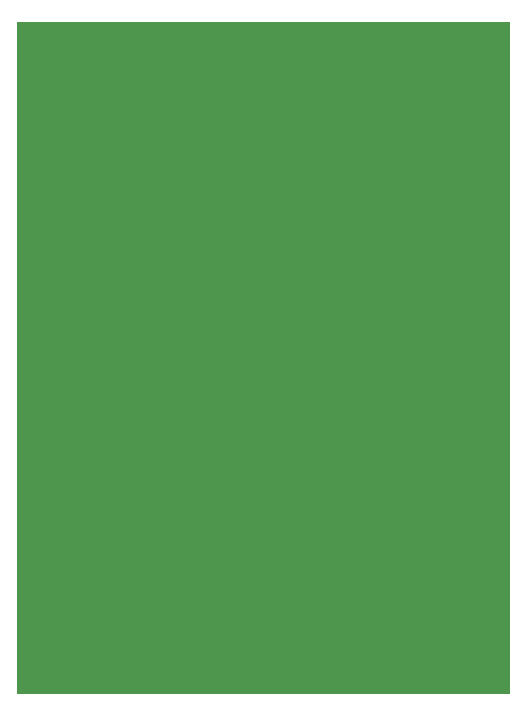
<source format=gbl>
%TF.GenerationSoftware,KiCad,Pcbnew,(6.0.2)*%
%TF.CreationDate,2022-07-21T18:21:10-07:00*%
%TF.ProjectId,testCoupon,74657374-436f-4757-906f-6e2e6b696361,1*%
%TF.SameCoordinates,Original*%
%TF.FileFunction,Copper,L4,Bot*%
%TF.FilePolarity,Positive*%
%FSLAX46Y46*%
G04 Gerber Fmt 4.6, Leading zero omitted, Abs format (unit mm)*
G04 Created by KiCad (PCBNEW (6.0.2)) date 2022-07-21 18:21:10*
%MOMM*%
%LPD*%
G01*
G04 APERTURE LIST*
%TA.AperFunction,SMDPad,CuDef*%
%ADD10R,4.000000X1.280000*%
%TD*%
%TA.AperFunction,ComponentPad*%
%ADD11C,0.380000*%
%TD*%
%TA.AperFunction,ViaPad*%
%ADD12C,0.800000*%
%TD*%
G04 APERTURE END LIST*
D10*
%TO.P,J6,2,Ext*%
%TO.N,GND*%
X174400000Y-83110000D03*
X174400000Y-89080000D03*
%TD*%
%TO.P,J3,2,Ext*%
%TO.N,GND*%
X138000000Y-77490000D03*
X138000000Y-71520000D03*
%TD*%
%TO.P,J4,2,Ext*%
%TO.N,GND*%
X174404250Y-71510000D03*
X174404250Y-77480000D03*
%TD*%
%TO.P,J7,2,Ext*%
%TO.N,GND*%
X138006757Y-100690000D03*
X138006757Y-94720000D03*
%TD*%
%TO.P,J1,2,Ext*%
%TO.N,GND*%
X138000000Y-65890000D03*
X138000000Y-59920000D03*
%TD*%
%TO.P,J8,2,Ext*%
%TO.N,GND*%
X174406757Y-94710000D03*
X174406757Y-100680000D03*
%TD*%
%TO.P,J2,2,Ext*%
%TO.N,GND*%
X174400000Y-59910000D03*
X174400000Y-65880000D03*
%TD*%
%TO.P,J5,2,Ext*%
%TO.N,GND*%
X138000000Y-89090000D03*
X138000000Y-83120000D03*
%TD*%
%TO.P,J10,2,Ext*%
%TO.N,GND*%
X174400000Y-106310000D03*
X174400000Y-112280000D03*
%TD*%
%TO.P,J9,2,Ext*%
%TO.N,GND*%
X138000000Y-112290000D03*
X138000000Y-106320000D03*
%TD*%
D11*
%TO.P,NT5,2,2*%
%TO.N,GND*%
X158427500Y-110076000D03*
X169866200Y-108524000D03*
X165466700Y-108524000D03*
X153148100Y-108524000D03*
X166346600Y-110076000D03*
X151388300Y-110076000D03*
X165466700Y-110076000D03*
X160187300Y-110076000D03*
X152268200Y-110076000D03*
X168986300Y-110076000D03*
X161947100Y-108524000D03*
X162827000Y-108524000D03*
X170746100Y-110076000D03*
X155787800Y-108524000D03*
X159307400Y-110076000D03*
X149628500Y-108524000D03*
X141709400Y-110076000D03*
X142589300Y-110076000D03*
X150508400Y-108524000D03*
X158427500Y-108524000D03*
X147868700Y-110076000D03*
X154907900Y-108524000D03*
X155787800Y-110076000D03*
X142589300Y-108524000D03*
X148748600Y-110076000D03*
X147868700Y-108524000D03*
X156667700Y-108524000D03*
X150508400Y-110076000D03*
X144349100Y-110076000D03*
X171626000Y-108524000D03*
X160187300Y-108524000D03*
X149628500Y-110076000D03*
X157547600Y-110076000D03*
X146988800Y-108524000D03*
X140829500Y-110076000D03*
X168986300Y-108524000D03*
X169866200Y-110076000D03*
X161067200Y-110076000D03*
X171626000Y-110076000D03*
X143469200Y-110076000D03*
X143469200Y-108524000D03*
X159307400Y-108524000D03*
X161067200Y-108524000D03*
X168106400Y-110076000D03*
X144349100Y-108524000D03*
X164586800Y-108524000D03*
X154028000Y-108524000D03*
X154028000Y-110076000D03*
X161947100Y-110076000D03*
X162827000Y-110076000D03*
X146988800Y-110076000D03*
X146108900Y-110076000D03*
X170746100Y-108524000D03*
X156667700Y-110076000D03*
X153148100Y-110076000D03*
X167226500Y-110076000D03*
X151388300Y-108524000D03*
X166346600Y-108524000D03*
X168106400Y-108524000D03*
X157547600Y-108524000D03*
X148748600Y-108524000D03*
X163706900Y-110076000D03*
X140829500Y-108524000D03*
X146108900Y-108524000D03*
X154907900Y-110076000D03*
X145229000Y-110076000D03*
X164586800Y-110076000D03*
X152268200Y-108524000D03*
X167226500Y-108524000D03*
X141709400Y-108524000D03*
X145229000Y-108524000D03*
X163706900Y-108524000D03*
%TD*%
D12*
%TO.N,GND*%
X153752000Y-80300000D03*
X150488000Y-91900000D03*
X174968000Y-103500000D03*
X176600000Y-103500000D03*
X160280000Y-68700000D03*
X170072000Y-80300000D03*
X148856000Y-91900000D03*
X170072000Y-91900000D03*
X142328000Y-103500000D03*
X145592000Y-103500000D03*
X163544000Y-103500000D03*
X147224000Y-80300000D03*
X163544000Y-91900000D03*
X170072000Y-103500000D03*
X168440000Y-80300000D03*
X157016000Y-91900000D03*
X150488000Y-80300000D03*
X166808000Y-80300000D03*
X155384000Y-80300000D03*
X152120000Y-80300000D03*
X157016000Y-103500000D03*
X163544000Y-80300000D03*
X163544000Y-68700000D03*
X160280000Y-103500000D03*
X171704000Y-68700000D03*
X148856000Y-80300000D03*
X137432000Y-91900000D03*
X147224000Y-91900000D03*
X165176000Y-91900000D03*
X153752000Y-103500000D03*
X143960000Y-80300000D03*
X137432000Y-103500000D03*
X158648000Y-68700000D03*
X165176000Y-80300000D03*
X147224000Y-68700000D03*
X173336000Y-80300000D03*
X171704000Y-91900000D03*
X168440000Y-91900000D03*
X161912000Y-103500000D03*
X148856000Y-68700000D03*
X139064000Y-80300000D03*
X135800000Y-80300000D03*
X143960000Y-91900000D03*
X137432000Y-80300000D03*
X157016000Y-80300000D03*
X168440000Y-68700000D03*
X153752000Y-91900000D03*
X142328000Y-91900000D03*
X135800000Y-91900000D03*
X153752000Y-68700000D03*
X157016000Y-68700000D03*
X171704000Y-103500000D03*
X176600000Y-91900000D03*
X161912000Y-91900000D03*
X166808000Y-103500000D03*
X166808000Y-91900000D03*
X155384000Y-91900000D03*
X171704000Y-80300000D03*
X140696000Y-80300000D03*
X139064000Y-68700000D03*
X165176000Y-68700000D03*
X168440000Y-103500000D03*
X143960000Y-103500000D03*
X135800000Y-103500000D03*
X170072000Y-68700000D03*
X174968000Y-91900000D03*
X161912000Y-80300000D03*
X160280000Y-80300000D03*
X161912000Y-68700000D03*
X140696000Y-68700000D03*
X137432000Y-68700000D03*
X174968000Y-68700000D03*
X174968000Y-80300000D03*
X173336000Y-68700000D03*
X139064000Y-91900000D03*
X150488000Y-103500000D03*
X145592000Y-91900000D03*
X142328000Y-80300000D03*
X152120000Y-68700000D03*
X152120000Y-91900000D03*
X155384000Y-103500000D03*
X150488000Y-68700000D03*
X140696000Y-91900000D03*
X166808000Y-68700000D03*
X145592000Y-80300000D03*
X173336000Y-91900000D03*
X176600000Y-80300000D03*
X135800000Y-68700000D03*
X145592000Y-68700000D03*
X139064000Y-103500000D03*
X176600000Y-68700000D03*
X142328000Y-68700000D03*
X152120000Y-103500000D03*
X147224000Y-103500000D03*
X143960000Y-68700000D03*
X155384000Y-68700000D03*
X165176000Y-103500000D03*
X148856000Y-103500000D03*
X158648000Y-80300000D03*
X158648000Y-91900000D03*
X158648000Y-103500000D03*
X160280000Y-91900000D03*
X173336000Y-103500000D03*
X140696000Y-103500000D03*
%TD*%
%TA.AperFunction,Conductor*%
%TO.N,GND*%
G36*
X177071173Y-57628827D02*
G01*
X177074600Y-57637100D01*
X177074600Y-114562900D01*
X177071173Y-114571173D01*
X177062900Y-114574600D01*
X135337100Y-114574600D01*
X135328827Y-114571173D01*
X135325400Y-114562900D01*
X135325400Y-57637100D01*
X135328827Y-57628827D01*
X135337100Y-57625400D01*
X177062900Y-57625400D01*
X177071173Y-57628827D01*
G37*
%TD.AperFunction*%
%TD*%
M02*

</source>
